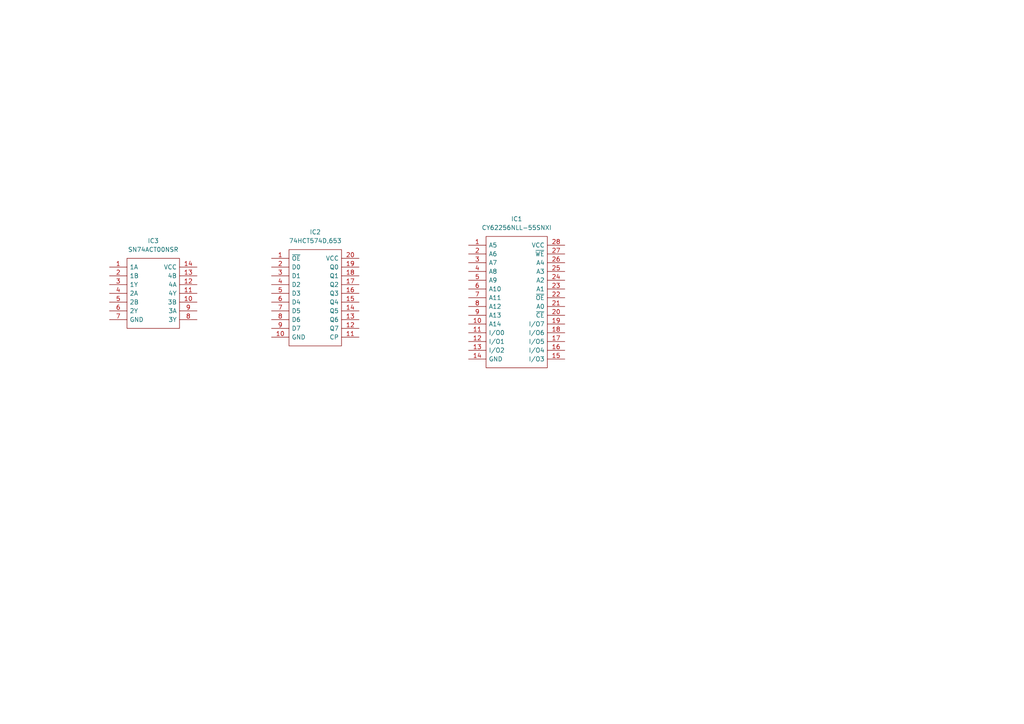
<source format=kicad_sch>
(kicad_sch (version 20230121) (generator eeschema)
  (paper "A4")
  (title_block (title "ZX Spectrum 48k Lower Memory Module") (date "2023-11-24") (rev "0"))
  (lib_symbols
    (symbol "SamacSys_Parts:74HCT574D,653" (pin_names (offset 0.762))
      (property "Reference" "IC" (at 21.59 7.62 0))
      (property "Value" "74HCT574D,653" (at 21.59 5.08 0))
      (symbol "74HCT574D,653_0_0"
        (pin passive line (at 0 0 0) (length 5.08) (name "~{OE}") (number "1"))
        (pin passive line (at 0 -22.86 0) (length 5.08) (name "GND") (number "10"))
        (pin passive line (at 25.4 -22.86 180) (length 5.08) (name "CP") (number "11"))
        (pin passive line (at 25.4 -20.32 180) (length 5.08) (name "Q7") (number "12"))
        (pin passive line (at 25.4 -17.78 180) (length 5.08) (name "Q6") (number "13"))
        (pin passive line (at 25.4 -15.24 180) (length 5.08) (name "Q5") (number "14"))
        (pin passive line (at 25.4 -12.7 180) (length 5.08) (name "Q4") (number "15"))
        (pin passive line (at 25.4 -10.16 180) (length 5.08) (name "Q3") (number "16"))
        (pin passive line (at 25.4 -7.62 180) (length 5.08) (name "Q2") (number "17"))
        (pin passive line (at 25.4 -5.08 180) (length 5.08) (name "Q1") (number "18"))
        (pin passive line (at 25.4 -2.54 180) (length 5.08) (name "Q0") (number "19"))
        (pin passive line (at 0 -2.54 0) (length 5.08) (name "D0") (number "2"))
        (pin passive line (at 25.4 0 180) (length 5.08) (name "VCC") (number "20"))
        (pin passive line (at 0 -5.08 0) (length 5.08) (name "D1") (number "3"))
        (pin passive line (at 0 -7.62 0) (length 5.08) (name "D2") (number "4"))
        (pin passive line (at 0 -10.16 0) (length 5.08) (name "D3") (number "5"))
        (pin passive line (at 0 -12.7 0) (length 5.08) (name "D4") (number "6"))
        (pin passive line (at 0 -15.24 0) (length 5.08) (name "D5") (number "7"))
        (pin passive line (at 0 -17.78 0) (length 5.08) (name "D6") (number "8"))
        (pin passive line (at 0 -20.32 0) (length 5.08) (name "D7") (number "9"))
      )
      (symbol "74HCT574D,653_0_1"
        (polyline (pts (xy 5.08 2.54) (xy 20.32 2.54) (xy 20.32 -25.4) (xy 5.08 -25.4) (xy 5.08 2.54)) (stroke (width 0.1524)))
      )
    )
    (symbol "SamacSys_Parts:CY62256NLL-55SNXI" (pin_names (offset 0.762))
      (property "Reference" "IC" (at 24.13 7.62 0))
      (property "Value" "CY62256NLL-55SNXI" (at 24.13 5.08 0))
      (symbol "CY62256NLL-55SNXI_0_0"
        (pin passive line (at 0 0 0) (length 5.08) (name "A5") (number "1"))
        (pin passive line (at 0 -22.86 0) (length 5.08) (name "A14") (number "10"))
        (pin passive line (at 0 -25.4 0) (length 5.08) (name "I/O0") (number "11"))
        (pin passive line (at 0 -27.94 0) (length 5.08) (name "I/O1") (number "12"))
        (pin passive line (at 0 -30.48 0) (length 5.08) (name "I/O2") (number "13"))
        (pin passive line (at 0 -33.02 0) (length 5.08) (name "GND") (number "14"))
        (pin passive line (at 27.94 -33.02 180) (length 5.08) (name "I/O3") (number "15"))
        (pin passive line (at 27.94 -30.48 180) (length 5.08) (name "I/O4") (number "16"))
        (pin passive line (at 27.94 -27.94 180) (length 5.08) (name "I/O5") (number "17"))
        (pin passive line (at 27.94 -25.4 180) (length 5.08) (name "I/O6") (number "18"))
        (pin passive line (at 27.94 -22.86 180) (length 5.08) (name "I/O7") (number "19"))
        (pin passive line (at 0 -2.54 0) (length 5.08) (name "A6") (number "2"))
        (pin passive line (at 27.94 -20.32 180) (length 5.08) (name "~{CE}") (number "20"))
        (pin passive line (at 27.94 -17.78 180) (length 5.08) (name "A0") (number "21"))
        (pin passive line (at 27.94 -15.24 180) (length 5.08) (name "~{OE}") (number "22"))
        (pin passive line (at 27.94 -12.7 180) (length 5.08) (name "A1") (number "23"))
        (pin passive line (at 27.94 -10.16 180) (length 5.08) (name "A2") (number "24"))
        (pin passive line (at 27.94 -7.62 180) (length 5.08) (name "A3") (number "25"))
        (pin passive line (at 27.94 -5.08 180) (length 5.08) (name "A4") (number "26"))
        (pin passive line (at 27.94 -2.54 180) (length 5.08) (name "~{WE}") (number "27"))
        (pin passive line (at 27.94 0 180) (length 5.08) (name "VCC") (number "28"))
        (pin passive line (at 0 -5.08 0) (length 5.08) (name "A7") (number "3"))
        (pin passive line (at 0 -7.62 0) (length 5.08) (name "A8") (number "4"))
        (pin passive line (at 0 -10.16 0) (length 5.08) (name "A9") (number "5"))
        (pin passive line (at 0 -12.7 0) (length 5.08) (name "A10") (number "6"))
        (pin passive line (at 0 -15.24 0) (length 5.08) (name "A11") (number "7"))
        (pin passive line (at 0 -17.78 0) (length 5.08) (name "A12") (number "8"))
        (pin passive line (at 0 -20.32 0) (length 5.08) (name "A13") (number "9"))
      )
      (symbol "CY62256NLL-55SNXI_0_1"
        (polyline (pts (xy 5.08 2.54) (xy 22.86 2.54) (xy 22.86 -35.56) (xy 5.08 -35.56) (xy 5.08 2.54)) (stroke (width 0.1524)))
      )
    )
    (symbol "SamacSys_Parts:SN74ACT00NSR" (pin_names (offset 0.762))
      (property "Reference" "IC" (at 21.59 7.62 0))
      (property "Value" "SN74ACT00NSR" (at 21.59 5.08 0))
      (symbol "SN74ACT00NSR_0_0"
        (pin passive line (at 0 0 0) (length 5.08) (name "1A") (number "1"))
        (pin passive line (at 25.4 -10.16 180) (length 5.08) (name "3B") (number "10"))
        (pin passive line (at 25.4 -7.62 180) (length 5.08) (name "4Y") (number "11"))
        (pin passive line (at 25.4 -5.08 180) (length 5.08) (name "4A") (number "12"))
        (pin passive line (at 25.4 -2.54 180) (length 5.08) (name "4B") (number "13"))
        (pin passive line (at 25.4 0 180) (length 5.08) (name "VCC") (number "14"))
        (pin passive line (at 0 -2.54 0) (length 5.08) (name "1B") (number "2"))
        (pin passive line (at 0 -5.08 0) (length 5.08) (name "1Y") (number "3"))
        (pin passive line (at 0 -7.62 0) (length 5.08) (name "2A") (number "4"))
        (pin passive line (at 0 -10.16 0) (length 5.08) (name "2B") (number "5"))
        (pin passive line (at 0 -12.7 0) (length 5.08) (name "2Y") (number "6"))
        (pin passive line (at 0 -15.24 0) (length 5.08) (name "GND") (number "7"))
        (pin passive line (at 25.4 -15.24 180) (length 5.08) (name "3Y") (number "8"))
        (pin passive line (at 25.4 -12.7 180) (length 5.08) (name "3A") (number "9"))
      )
      (symbol "SN74ACT00NSR_0_1"
        (polyline (pts (xy 5.08 2.54) (xy 20.32 2.54) (xy 20.32 -17.78) (xy 5.08 -17.78) (xy 5.08 2.54)) (stroke (width 0.1524)))
      )
    )
  )
  (symbol (lib_id "SamacSys_Parts:SN74ACT00NSR") (at 31.75 77.47 0) (unit 1)
    (property "Reference" "IC3" (at 44.45 69.85 0))
    (property "Value" "SN74ACT00NSR" (at 44.45 72.39 0))
    (property "Footprint" "SOIC127P780X200-14N" (effects hide))
    (property "Datasheet" "http://www.ti.com/lit/gpn/sn74act00" (effects hide))
    (property "Description" "Quadruple 2-Input Positive-NAND Gates" (effects hide))
    (property "Height" "2" (effects hide))
    (property "Mouser Part Number" "595-SN74ACT00NSR" (effects hide))
    (property "Mouser Price/Stock" "https://www.mouser.co.uk/ProductDetail/Texas-Instruments/SN74ACT00NSR?qs=pdM4geFiyZQ6dUA3Pnq9Sg%3D%3D" (effects hide))
    (property "Manufacturer_Name" "Texas Instruments" (effects hide))
    (property "Manufacturer_Part_Number" "SN74ACT00NSR" (effects hide))
  )
  (symbol (lib_id "SamacSys_Parts:74HCT574D,653") (at 78.74 74.93 0) (unit 1)
    (property "Reference" "IC2" (at 91.44 67.31 0))
    (property "Value" "74HCT574D,653" (at 91.44 69.85 0))
    (property "Footprint" "74HCT574D653" (effects hide))
    (property "Datasheet" "https://assets.nexperia.com/documents/data-sheet/74HC_HCT574.pdf" (effects hide))
    (property "Description" "74HC(T)574 - Octal D-type flip-flop; positive edge-trigger; 3-state@en-us" (effects hide))
    (property "Height" "2.65" (effects hide))
    (property "Mouser Part Number" "771-74HCT574D-T" (effects hide))
    (property "Mouser Price/Stock" "https://www.mouser.co.uk/ProductDetail/Nexperia/74HCT574D653?qs=me8TqzrmIYV85vlD5SZpSA%3D%3D" (effects hide))
    (property "Manufacturer_Name" "Nexperia" (effects hide))
    (property "Manufacturer_Part_Number" "74HCT574D,653" (effects hide))
  )
  (symbol (lib_id "SamacSys_Parts:CY62256NLL-55SNXI") (at 135.89 71.12 0) (unit 1)
    (property "Reference" "IC1" (at 149.86 63.5 0))
    (property "Value" "CY62256NLL-55SNXI" (at 149.86 66.04 0))
    (property "Footprint" "SOIC127P1194X279-28N" (effects hide))
    (property "Datasheet" "https://www.cypress.com/file/43841/download" (effects hide))
    (property "Description" "SRAM 256K 32K x 8 4.5-5.5V 28pin 330mil SOP Industrial (-40 85 C) Low Power Asynch" (effects hide))
    (property "Height" "2.794" (effects hide))
    (property "Mouser Part Number" "913-CY62256NLL55SNXI" (effects hide))
    (property "Mouser Price/Stock" "https://www.mouser.co.uk/ProductDetail/Alliance-Memory/CY62256NLL-55SNXI?qs=byeeYqUIh0Pp3ev9t84NaQ%3D%3D" (effects hide))
    (property "Manufacturer_Name" "Alliance Memory" (effects hide))
    (property "Manufacturer_Part_Number" "CY62256NLL-55SNXI" (effects hide))
  )
)
</source>
